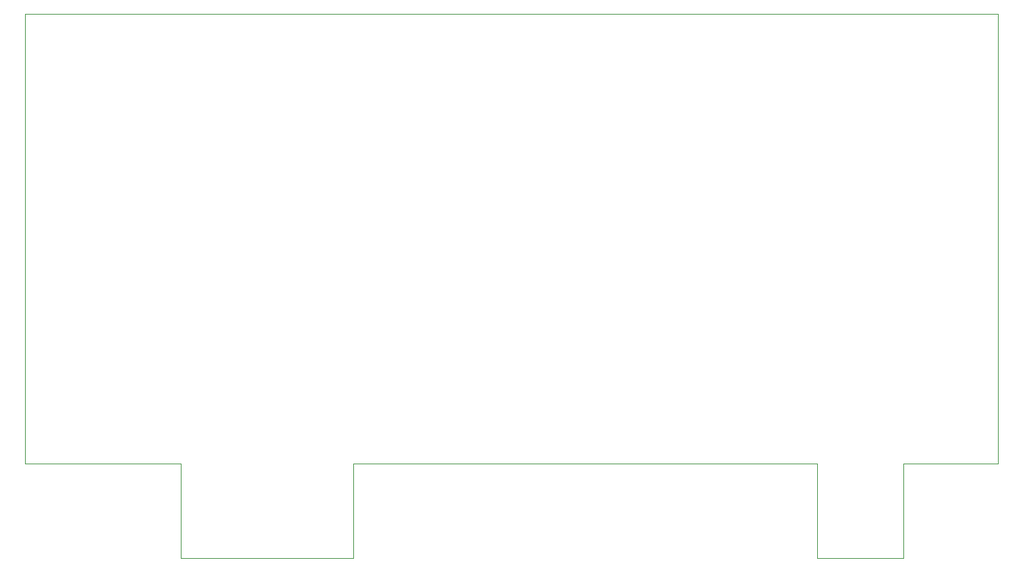
<source format=gbr>
%TF.GenerationSoftware,KiCad,Pcbnew,6.0.4-6f826c9f35~116~ubuntu21.10.1*%
%TF.CreationDate,2022-05-06T18:09:40-07:00*%
%TF.ProjectId,HV_Amplifier,48565f41-6d70-46c6-9966-6965722e6b69,rev?*%
%TF.SameCoordinates,Original*%
%TF.FileFunction,Profile,NP*%
%FSLAX46Y46*%
G04 Gerber Fmt 4.6, Leading zero omitted, Abs format (unit mm)*
G04 Created by KiCad (PCBNEW 6.0.4-6f826c9f35~116~ubuntu21.10.1) date 2022-05-06 18:09:40*
%MOMM*%
%LPD*%
G01*
G04 APERTURE LIST*
%TA.AperFunction,Profile*%
%ADD10C,0.100000*%
%TD*%
G04 APERTURE END LIST*
D10*
X130000000Y-110000000D02*
X130000000Y-55200000D01*
X248500000Y-110000000D02*
X237000000Y-110000000D01*
X237000000Y-110000000D02*
X237000000Y-121500000D01*
X170000000Y-121500000D02*
X149000000Y-121500000D01*
X248500000Y-55200000D02*
X248500000Y-110000000D01*
X237000000Y-121500000D02*
X226500000Y-121500000D01*
X149000000Y-121500000D02*
X149000000Y-110000000D01*
X226500000Y-110000000D02*
X170000000Y-110000000D01*
X130000000Y-55200000D02*
X248500000Y-55200000D01*
X226500000Y-121500000D02*
X226500000Y-110000000D01*
X170000000Y-110000000D02*
X170000000Y-121500000D01*
X149000000Y-110000000D02*
X130000000Y-110000000D01*
M02*

</source>
